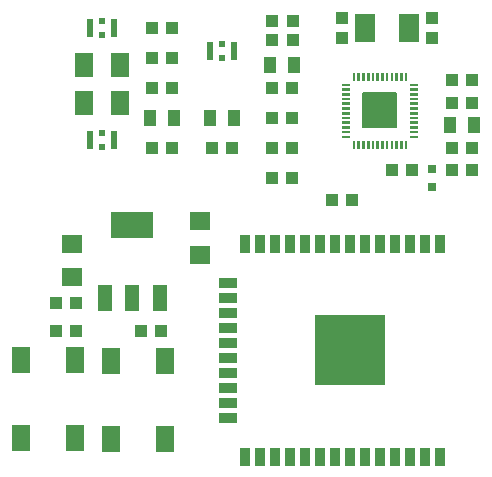
<source format=gbr>
G04 EAGLE Gerber X2 export*
%TF.Part,Single*%
%TF.FileFunction,Paste,Top*%
%TF.FilePolarity,Positive*%
%TF.GenerationSoftware,Autodesk,EAGLE,9.0.0*%
%TF.CreationDate,2018-05-04T17:55:18Z*%
G75*
%MOMM*%
%FSLAX34Y34*%
%LPD*%
%AMOC8*
5,1,8,0,0,1.08239X$1,22.5*%
G01*
%ADD10R,1.100000X1.400000*%
%ADD11R,1.000000X1.100000*%
%ADD12R,1.800000X1.600000*%
%ADD13R,1.050000X1.080000*%
%ADD14R,0.600000X1.600000*%
%ADD15R,0.600000X0.600000*%
%ADD16R,0.800000X0.800000*%
%ADD17R,1.500000X2.000000*%
%ADD18C,0.150000*%
%ADD19C,0.060000*%
%ADD20R,1.700000X2.400000*%
%ADD21R,0.900000X1.500000*%
%ADD22R,1.500000X0.900000*%
%ADD23R,6.000000X6.000000*%
%ADD24R,1.219200X2.235200*%
%ADD25R,3.600000X2.200000*%
%ADD26R,1.524000X2.286000*%


D10*
X453550Y330200D03*
X473550Y330200D03*
D11*
X438150Y404250D03*
X438150Y421250D03*
D12*
X133350Y229900D03*
X133350Y201900D03*
D13*
X269100Y311150D03*
X251600Y311150D03*
D12*
X241300Y248950D03*
X241300Y220950D03*
D13*
X320154Y402844D03*
X302654Y402844D03*
D10*
X219550Y336550D03*
X199550Y336550D03*
D13*
X218300Y361950D03*
X200800Y361950D03*
X404000Y292100D03*
X421500Y292100D03*
X319900Y336550D03*
X302400Y336550D03*
X454800Y368300D03*
X472300Y368300D03*
X302400Y285750D03*
X319900Y285750D03*
D10*
X321150Y381000D03*
X301150Y381000D03*
D13*
X319900Y361950D03*
X302400Y361950D03*
X454800Y349250D03*
X472300Y349250D03*
X320408Y418592D03*
X302908Y418592D03*
D10*
X270350Y336550D03*
X250350Y336550D03*
D13*
X454800Y311150D03*
X472300Y311150D03*
D11*
X361950Y404250D03*
X361950Y421250D03*
D14*
X250371Y393572D03*
X270350Y393600D03*
D15*
X260350Y387700D03*
X260350Y399500D03*
D14*
X168729Y317628D03*
X148750Y317600D03*
D15*
X158750Y323500D03*
X158750Y311700D03*
D14*
X168729Y412878D03*
X148750Y412850D03*
D15*
X158750Y418750D03*
X158750Y406950D03*
D16*
X438150Y278250D03*
X438150Y293250D03*
D17*
X173750Y349250D03*
X143750Y349250D03*
X173750Y381000D03*
X143750Y381000D03*
D11*
X472050Y292100D03*
X455050Y292100D03*
X201050Y311150D03*
X218050Y311150D03*
X353450Y266700D03*
X370450Y266700D03*
X218050Y412750D03*
X201050Y412750D03*
X319650Y311150D03*
X302650Y311150D03*
D13*
X218300Y387350D03*
X200800Y387350D03*
D18*
X379426Y329316D02*
X407926Y329316D01*
X379426Y329316D02*
X379426Y357816D01*
X407926Y357816D01*
X407926Y329316D01*
X407926Y330815D02*
X379426Y330815D01*
X379426Y332314D02*
X407926Y332314D01*
X407926Y333813D02*
X379426Y333813D01*
X379426Y335312D02*
X407926Y335312D01*
X407926Y336811D02*
X379426Y336811D01*
X379426Y338310D02*
X407926Y338310D01*
X407926Y339809D02*
X379426Y339809D01*
X379426Y341308D02*
X407926Y341308D01*
X407926Y342807D02*
X379426Y342807D01*
X379426Y344306D02*
X407926Y344306D01*
X407926Y345805D02*
X379426Y345805D01*
X379426Y347304D02*
X407926Y347304D01*
X407926Y348803D02*
X379426Y348803D01*
X379426Y350302D02*
X407926Y350302D01*
X407926Y351801D02*
X379426Y351801D01*
X379426Y353300D02*
X407926Y353300D01*
X407926Y354799D02*
X379426Y354799D01*
X379426Y356298D02*
X407926Y356298D01*
X407926Y357797D02*
X379426Y357797D01*
D19*
X361750Y364260D02*
X361750Y365660D01*
X367650Y365660D01*
X367650Y364260D01*
X361750Y364260D01*
X361750Y364859D02*
X367650Y364859D01*
X367650Y365458D02*
X361750Y365458D01*
X361750Y361660D02*
X361750Y360260D01*
X361750Y361660D02*
X367650Y361660D01*
X367650Y360260D01*
X361750Y360260D01*
X361750Y360859D02*
X367650Y360859D01*
X367650Y361458D02*
X361750Y361458D01*
X361750Y357660D02*
X361750Y356260D01*
X361750Y357660D02*
X367650Y357660D01*
X367650Y356260D01*
X361750Y356260D01*
X361750Y356859D02*
X367650Y356859D01*
X367650Y357458D02*
X361750Y357458D01*
X361750Y353660D02*
X361750Y352260D01*
X361750Y353660D02*
X367650Y353660D01*
X367650Y352260D01*
X361750Y352260D01*
X361750Y352859D02*
X367650Y352859D01*
X367650Y353458D02*
X361750Y353458D01*
X361750Y349660D02*
X361750Y348260D01*
X361750Y349660D02*
X367650Y349660D01*
X367650Y348260D01*
X361750Y348260D01*
X361750Y348859D02*
X367650Y348859D01*
X367650Y349458D02*
X361750Y349458D01*
X361750Y345660D02*
X361750Y344260D01*
X361750Y345660D02*
X367650Y345660D01*
X367650Y344260D01*
X361750Y344260D01*
X361750Y344859D02*
X367650Y344859D01*
X367650Y345458D02*
X361750Y345458D01*
X361750Y341660D02*
X361750Y340260D01*
X361750Y341660D02*
X367650Y341660D01*
X367650Y340260D01*
X361750Y340260D01*
X361750Y340859D02*
X367650Y340859D01*
X367650Y341458D02*
X361750Y341458D01*
X361750Y337660D02*
X361750Y336260D01*
X361750Y337660D02*
X367650Y337660D01*
X367650Y336260D01*
X361750Y336260D01*
X361750Y336859D02*
X367650Y336859D01*
X367650Y337458D02*
X361750Y337458D01*
X361750Y333660D02*
X361750Y332260D01*
X361750Y333660D02*
X367650Y333660D01*
X367650Y332260D01*
X361750Y332260D01*
X361750Y332859D02*
X367650Y332859D01*
X367650Y333458D02*
X361750Y333458D01*
X361750Y329660D02*
X361750Y328260D01*
X361750Y329660D02*
X367650Y329660D01*
X367650Y328260D01*
X361750Y328260D01*
X361750Y328859D02*
X367650Y328859D01*
X367650Y329458D02*
X361750Y329458D01*
X361750Y325660D02*
X361750Y324260D01*
X361750Y325660D02*
X367650Y325660D01*
X367650Y324260D01*
X361750Y324260D01*
X361750Y324859D02*
X367650Y324859D01*
X367650Y325458D02*
X361750Y325458D01*
X361750Y321660D02*
X361750Y320260D01*
X361750Y321660D02*
X367650Y321660D01*
X367650Y320260D01*
X361750Y320260D01*
X361750Y320859D02*
X367650Y320859D01*
X367650Y321458D02*
X361750Y321458D01*
X371000Y311010D02*
X372400Y311010D01*
X371000Y311010D02*
X371000Y316910D01*
X372400Y316910D01*
X372400Y311010D01*
X372400Y311609D02*
X371000Y311609D01*
X371000Y312208D02*
X372400Y312208D01*
X372400Y312807D02*
X371000Y312807D01*
X371000Y313406D02*
X372400Y313406D01*
X372400Y314005D02*
X371000Y314005D01*
X371000Y314604D02*
X372400Y314604D01*
X372400Y315203D02*
X371000Y315203D01*
X371000Y315802D02*
X372400Y315802D01*
X372400Y316401D02*
X371000Y316401D01*
X375000Y311010D02*
X376400Y311010D01*
X375000Y311010D02*
X375000Y316910D01*
X376400Y316910D01*
X376400Y311010D01*
X376400Y311609D02*
X375000Y311609D01*
X375000Y312208D02*
X376400Y312208D01*
X376400Y312807D02*
X375000Y312807D01*
X375000Y313406D02*
X376400Y313406D01*
X376400Y314005D02*
X375000Y314005D01*
X375000Y314604D02*
X376400Y314604D01*
X376400Y315203D02*
X375000Y315203D01*
X375000Y315802D02*
X376400Y315802D01*
X376400Y316401D02*
X375000Y316401D01*
X379000Y311010D02*
X380400Y311010D01*
X379000Y311010D02*
X379000Y316910D01*
X380400Y316910D01*
X380400Y311010D01*
X380400Y311609D02*
X379000Y311609D01*
X379000Y312208D02*
X380400Y312208D01*
X380400Y312807D02*
X379000Y312807D01*
X379000Y313406D02*
X380400Y313406D01*
X380400Y314005D02*
X379000Y314005D01*
X379000Y314604D02*
X380400Y314604D01*
X380400Y315203D02*
X379000Y315203D01*
X379000Y315802D02*
X380400Y315802D01*
X380400Y316401D02*
X379000Y316401D01*
X383000Y311010D02*
X384400Y311010D01*
X383000Y311010D02*
X383000Y316910D01*
X384400Y316910D01*
X384400Y311010D01*
X384400Y311609D02*
X383000Y311609D01*
X383000Y312208D02*
X384400Y312208D01*
X384400Y312807D02*
X383000Y312807D01*
X383000Y313406D02*
X384400Y313406D01*
X384400Y314005D02*
X383000Y314005D01*
X383000Y314604D02*
X384400Y314604D01*
X384400Y315203D02*
X383000Y315203D01*
X383000Y315802D02*
X384400Y315802D01*
X384400Y316401D02*
X383000Y316401D01*
X387000Y311010D02*
X388400Y311010D01*
X387000Y311010D02*
X387000Y316910D01*
X388400Y316910D01*
X388400Y311010D01*
X388400Y311609D02*
X387000Y311609D01*
X387000Y312208D02*
X388400Y312208D01*
X388400Y312807D02*
X387000Y312807D01*
X387000Y313406D02*
X388400Y313406D01*
X388400Y314005D02*
X387000Y314005D01*
X387000Y314604D02*
X388400Y314604D01*
X388400Y315203D02*
X387000Y315203D01*
X387000Y315802D02*
X388400Y315802D01*
X388400Y316401D02*
X387000Y316401D01*
X391000Y311010D02*
X392400Y311010D01*
X391000Y311010D02*
X391000Y316910D01*
X392400Y316910D01*
X392400Y311010D01*
X392400Y311609D02*
X391000Y311609D01*
X391000Y312208D02*
X392400Y312208D01*
X392400Y312807D02*
X391000Y312807D01*
X391000Y313406D02*
X392400Y313406D01*
X392400Y314005D02*
X391000Y314005D01*
X391000Y314604D02*
X392400Y314604D01*
X392400Y315203D02*
X391000Y315203D01*
X391000Y315802D02*
X392400Y315802D01*
X392400Y316401D02*
X391000Y316401D01*
X395000Y311010D02*
X396400Y311010D01*
X395000Y311010D02*
X395000Y316910D01*
X396400Y316910D01*
X396400Y311010D01*
X396400Y311609D02*
X395000Y311609D01*
X395000Y312208D02*
X396400Y312208D01*
X396400Y312807D02*
X395000Y312807D01*
X395000Y313406D02*
X396400Y313406D01*
X396400Y314005D02*
X395000Y314005D01*
X395000Y314604D02*
X396400Y314604D01*
X396400Y315203D02*
X395000Y315203D01*
X395000Y315802D02*
X396400Y315802D01*
X396400Y316401D02*
X395000Y316401D01*
X399000Y311010D02*
X400400Y311010D01*
X399000Y311010D02*
X399000Y316910D01*
X400400Y316910D01*
X400400Y311010D01*
X400400Y311609D02*
X399000Y311609D01*
X399000Y312208D02*
X400400Y312208D01*
X400400Y312807D02*
X399000Y312807D01*
X399000Y313406D02*
X400400Y313406D01*
X400400Y314005D02*
X399000Y314005D01*
X399000Y314604D02*
X400400Y314604D01*
X400400Y315203D02*
X399000Y315203D01*
X399000Y315802D02*
X400400Y315802D01*
X400400Y316401D02*
X399000Y316401D01*
X403000Y311010D02*
X404400Y311010D01*
X403000Y311010D02*
X403000Y316910D01*
X404400Y316910D01*
X404400Y311010D01*
X404400Y311609D02*
X403000Y311609D01*
X403000Y312208D02*
X404400Y312208D01*
X404400Y312807D02*
X403000Y312807D01*
X403000Y313406D02*
X404400Y313406D01*
X404400Y314005D02*
X403000Y314005D01*
X403000Y314604D02*
X404400Y314604D01*
X404400Y315203D02*
X403000Y315203D01*
X403000Y315802D02*
X404400Y315802D01*
X404400Y316401D02*
X403000Y316401D01*
X407000Y311010D02*
X408400Y311010D01*
X407000Y311010D02*
X407000Y316910D01*
X408400Y316910D01*
X408400Y311010D01*
X408400Y311609D02*
X407000Y311609D01*
X407000Y312208D02*
X408400Y312208D01*
X408400Y312807D02*
X407000Y312807D01*
X407000Y313406D02*
X408400Y313406D01*
X408400Y314005D02*
X407000Y314005D01*
X407000Y314604D02*
X408400Y314604D01*
X408400Y315203D02*
X407000Y315203D01*
X407000Y315802D02*
X408400Y315802D01*
X408400Y316401D02*
X407000Y316401D01*
X411000Y311010D02*
X412400Y311010D01*
X411000Y311010D02*
X411000Y316910D01*
X412400Y316910D01*
X412400Y311010D01*
X412400Y311609D02*
X411000Y311609D01*
X411000Y312208D02*
X412400Y312208D01*
X412400Y312807D02*
X411000Y312807D01*
X411000Y313406D02*
X412400Y313406D01*
X412400Y314005D02*
X411000Y314005D01*
X411000Y314604D02*
X412400Y314604D01*
X412400Y315203D02*
X411000Y315203D01*
X411000Y315802D02*
X412400Y315802D01*
X412400Y316401D02*
X411000Y316401D01*
X415000Y311010D02*
X416400Y311010D01*
X415000Y311010D02*
X415000Y316910D01*
X416400Y316910D01*
X416400Y311010D01*
X416400Y311609D02*
X415000Y311609D01*
X415000Y312208D02*
X416400Y312208D01*
X416400Y312807D02*
X415000Y312807D01*
X415000Y313406D02*
X416400Y313406D01*
X416400Y314005D02*
X415000Y314005D01*
X415000Y314604D02*
X416400Y314604D01*
X416400Y315203D02*
X415000Y315203D01*
X415000Y315802D02*
X416400Y315802D01*
X416400Y316401D02*
X415000Y316401D01*
X425650Y320260D02*
X425650Y321660D01*
X425650Y320260D02*
X419750Y320260D01*
X419750Y321660D01*
X425650Y321660D01*
X425650Y320859D02*
X419750Y320859D01*
X419750Y321458D02*
X425650Y321458D01*
X425650Y324260D02*
X425650Y325660D01*
X425650Y324260D02*
X419750Y324260D01*
X419750Y325660D01*
X425650Y325660D01*
X425650Y324859D02*
X419750Y324859D01*
X419750Y325458D02*
X425650Y325458D01*
X425650Y328260D02*
X425650Y329660D01*
X425650Y328260D02*
X419750Y328260D01*
X419750Y329660D01*
X425650Y329660D01*
X425650Y328859D02*
X419750Y328859D01*
X419750Y329458D02*
X425650Y329458D01*
X425650Y332260D02*
X425650Y333660D01*
X425650Y332260D02*
X419750Y332260D01*
X419750Y333660D01*
X425650Y333660D01*
X425650Y332859D02*
X419750Y332859D01*
X419750Y333458D02*
X425650Y333458D01*
X425650Y336260D02*
X425650Y337660D01*
X425650Y336260D02*
X419750Y336260D01*
X419750Y337660D01*
X425650Y337660D01*
X425650Y336859D02*
X419750Y336859D01*
X419750Y337458D02*
X425650Y337458D01*
X425650Y340260D02*
X425650Y341660D01*
X425650Y340260D02*
X419750Y340260D01*
X419750Y341660D01*
X425650Y341660D01*
X425650Y340859D02*
X419750Y340859D01*
X419750Y341458D02*
X425650Y341458D01*
X425650Y344260D02*
X425650Y345660D01*
X425650Y344260D02*
X419750Y344260D01*
X419750Y345660D01*
X425650Y345660D01*
X425650Y344859D02*
X419750Y344859D01*
X419750Y345458D02*
X425650Y345458D01*
X425650Y348260D02*
X425650Y349660D01*
X425650Y348260D02*
X419750Y348260D01*
X419750Y349660D01*
X425650Y349660D01*
X425650Y348859D02*
X419750Y348859D01*
X419750Y349458D02*
X425650Y349458D01*
X425650Y352260D02*
X425650Y353660D01*
X425650Y352260D02*
X419750Y352260D01*
X419750Y353660D01*
X425650Y353660D01*
X425650Y352859D02*
X419750Y352859D01*
X419750Y353458D02*
X425650Y353458D01*
X425650Y356260D02*
X425650Y357660D01*
X425650Y356260D02*
X419750Y356260D01*
X419750Y357660D01*
X425650Y357660D01*
X425650Y356859D02*
X419750Y356859D01*
X419750Y357458D02*
X425650Y357458D01*
X425650Y360260D02*
X425650Y361660D01*
X425650Y360260D02*
X419750Y360260D01*
X419750Y361660D01*
X425650Y361660D01*
X425650Y360859D02*
X419750Y360859D01*
X419750Y361458D02*
X425650Y361458D01*
X425650Y364260D02*
X425650Y365660D01*
X425650Y364260D02*
X419750Y364260D01*
X419750Y365660D01*
X425650Y365660D01*
X425650Y364859D02*
X419750Y364859D01*
X419750Y365458D02*
X425650Y365458D01*
X416400Y374910D02*
X415000Y374910D01*
X416400Y374910D02*
X416400Y369010D01*
X415000Y369010D01*
X415000Y374910D01*
X415000Y369609D02*
X416400Y369609D01*
X416400Y370208D02*
X415000Y370208D01*
X415000Y370807D02*
X416400Y370807D01*
X416400Y371406D02*
X415000Y371406D01*
X415000Y372005D02*
X416400Y372005D01*
X416400Y372604D02*
X415000Y372604D01*
X415000Y373203D02*
X416400Y373203D01*
X416400Y373802D02*
X415000Y373802D01*
X415000Y374401D02*
X416400Y374401D01*
X412400Y374910D02*
X411000Y374910D01*
X412400Y374910D02*
X412400Y369010D01*
X411000Y369010D01*
X411000Y374910D01*
X411000Y369609D02*
X412400Y369609D01*
X412400Y370208D02*
X411000Y370208D01*
X411000Y370807D02*
X412400Y370807D01*
X412400Y371406D02*
X411000Y371406D01*
X411000Y372005D02*
X412400Y372005D01*
X412400Y372604D02*
X411000Y372604D01*
X411000Y373203D02*
X412400Y373203D01*
X412400Y373802D02*
X411000Y373802D01*
X411000Y374401D02*
X412400Y374401D01*
X408400Y374910D02*
X407000Y374910D01*
X408400Y374910D02*
X408400Y369010D01*
X407000Y369010D01*
X407000Y374910D01*
X407000Y369609D02*
X408400Y369609D01*
X408400Y370208D02*
X407000Y370208D01*
X407000Y370807D02*
X408400Y370807D01*
X408400Y371406D02*
X407000Y371406D01*
X407000Y372005D02*
X408400Y372005D01*
X408400Y372604D02*
X407000Y372604D01*
X407000Y373203D02*
X408400Y373203D01*
X408400Y373802D02*
X407000Y373802D01*
X407000Y374401D02*
X408400Y374401D01*
X404400Y374910D02*
X403000Y374910D01*
X404400Y374910D02*
X404400Y369010D01*
X403000Y369010D01*
X403000Y374910D01*
X403000Y369609D02*
X404400Y369609D01*
X404400Y370208D02*
X403000Y370208D01*
X403000Y370807D02*
X404400Y370807D01*
X404400Y371406D02*
X403000Y371406D01*
X403000Y372005D02*
X404400Y372005D01*
X404400Y372604D02*
X403000Y372604D01*
X403000Y373203D02*
X404400Y373203D01*
X404400Y373802D02*
X403000Y373802D01*
X403000Y374401D02*
X404400Y374401D01*
X400400Y374910D02*
X399000Y374910D01*
X400400Y374910D02*
X400400Y369010D01*
X399000Y369010D01*
X399000Y374910D01*
X399000Y369609D02*
X400400Y369609D01*
X400400Y370208D02*
X399000Y370208D01*
X399000Y370807D02*
X400400Y370807D01*
X400400Y371406D02*
X399000Y371406D01*
X399000Y372005D02*
X400400Y372005D01*
X400400Y372604D02*
X399000Y372604D01*
X399000Y373203D02*
X400400Y373203D01*
X400400Y373802D02*
X399000Y373802D01*
X399000Y374401D02*
X400400Y374401D01*
X396400Y374910D02*
X395000Y374910D01*
X396400Y374910D02*
X396400Y369010D01*
X395000Y369010D01*
X395000Y374910D01*
X395000Y369609D02*
X396400Y369609D01*
X396400Y370208D02*
X395000Y370208D01*
X395000Y370807D02*
X396400Y370807D01*
X396400Y371406D02*
X395000Y371406D01*
X395000Y372005D02*
X396400Y372005D01*
X396400Y372604D02*
X395000Y372604D01*
X395000Y373203D02*
X396400Y373203D01*
X396400Y373802D02*
X395000Y373802D01*
X395000Y374401D02*
X396400Y374401D01*
X392400Y374910D02*
X391000Y374910D01*
X392400Y374910D02*
X392400Y369010D01*
X391000Y369010D01*
X391000Y374910D01*
X391000Y369609D02*
X392400Y369609D01*
X392400Y370208D02*
X391000Y370208D01*
X391000Y370807D02*
X392400Y370807D01*
X392400Y371406D02*
X391000Y371406D01*
X391000Y372005D02*
X392400Y372005D01*
X392400Y372604D02*
X391000Y372604D01*
X391000Y373203D02*
X392400Y373203D01*
X392400Y373802D02*
X391000Y373802D01*
X391000Y374401D02*
X392400Y374401D01*
X388400Y374910D02*
X387000Y374910D01*
X388400Y374910D02*
X388400Y369010D01*
X387000Y369010D01*
X387000Y374910D01*
X387000Y369609D02*
X388400Y369609D01*
X388400Y370208D02*
X387000Y370208D01*
X387000Y370807D02*
X388400Y370807D01*
X388400Y371406D02*
X387000Y371406D01*
X387000Y372005D02*
X388400Y372005D01*
X388400Y372604D02*
X387000Y372604D01*
X387000Y373203D02*
X388400Y373203D01*
X388400Y373802D02*
X387000Y373802D01*
X387000Y374401D02*
X388400Y374401D01*
X384400Y374910D02*
X383000Y374910D01*
X384400Y374910D02*
X384400Y369010D01*
X383000Y369010D01*
X383000Y374910D01*
X383000Y369609D02*
X384400Y369609D01*
X384400Y370208D02*
X383000Y370208D01*
X383000Y370807D02*
X384400Y370807D01*
X384400Y371406D02*
X383000Y371406D01*
X383000Y372005D02*
X384400Y372005D01*
X384400Y372604D02*
X383000Y372604D01*
X383000Y373203D02*
X384400Y373203D01*
X384400Y373802D02*
X383000Y373802D01*
X383000Y374401D02*
X384400Y374401D01*
X380400Y374910D02*
X379000Y374910D01*
X380400Y374910D02*
X380400Y369010D01*
X379000Y369010D01*
X379000Y374910D01*
X379000Y369609D02*
X380400Y369609D01*
X380400Y370208D02*
X379000Y370208D01*
X379000Y370807D02*
X380400Y370807D01*
X380400Y371406D02*
X379000Y371406D01*
X379000Y372005D02*
X380400Y372005D01*
X380400Y372604D02*
X379000Y372604D01*
X379000Y373203D02*
X380400Y373203D01*
X380400Y373802D02*
X379000Y373802D01*
X379000Y374401D02*
X380400Y374401D01*
X376400Y374910D02*
X375000Y374910D01*
X376400Y374910D02*
X376400Y369010D01*
X375000Y369010D01*
X375000Y374910D01*
X375000Y369609D02*
X376400Y369609D01*
X376400Y370208D02*
X375000Y370208D01*
X375000Y370807D02*
X376400Y370807D01*
X376400Y371406D02*
X375000Y371406D01*
X375000Y372005D02*
X376400Y372005D01*
X376400Y372604D02*
X375000Y372604D01*
X375000Y373203D02*
X376400Y373203D01*
X376400Y373802D02*
X375000Y373802D01*
X375000Y374401D02*
X376400Y374401D01*
X372400Y374910D02*
X371000Y374910D01*
X372400Y374910D02*
X372400Y369010D01*
X371000Y369010D01*
X371000Y374910D01*
X371000Y369609D02*
X372400Y369609D01*
X372400Y370208D02*
X371000Y370208D01*
X371000Y370807D02*
X372400Y370807D01*
X372400Y371406D02*
X371000Y371406D01*
X371000Y372005D02*
X372400Y372005D01*
X372400Y372604D02*
X371000Y372604D01*
X371000Y373203D02*
X372400Y373203D01*
X372400Y373802D02*
X371000Y373802D01*
X371000Y374401D02*
X372400Y374401D01*
D20*
X381550Y412750D03*
X418550Y412750D03*
D21*
X445300Y229700D03*
X432600Y229700D03*
X419900Y229700D03*
X407200Y229700D03*
X394500Y229700D03*
X381800Y229700D03*
X369100Y229700D03*
X356400Y229700D03*
X343700Y229700D03*
X331000Y229700D03*
X318300Y229700D03*
X305600Y229700D03*
X292900Y229700D03*
X280200Y229700D03*
D22*
X265300Y196850D03*
X265300Y184150D03*
X265300Y171450D03*
X265300Y158750D03*
X265300Y146050D03*
X265300Y133350D03*
X265300Y120650D03*
X265300Y107950D03*
X265300Y95250D03*
X265300Y82550D03*
D21*
X280200Y49700D03*
X292900Y49700D03*
X305600Y49700D03*
X318300Y49700D03*
X331000Y49700D03*
X343700Y49700D03*
X356400Y49700D03*
X369100Y49700D03*
X381800Y49700D03*
X394500Y49700D03*
X407200Y49700D03*
X419900Y49700D03*
X432600Y49700D03*
X445300Y49700D03*
D23*
X368300Y139700D03*
D11*
X120000Y180200D03*
X137000Y180200D03*
X119656Y156350D03*
X136656Y156350D03*
D24*
X161436Y183812D03*
X184550Y183812D03*
X207664Y183812D03*
D25*
X184550Y245790D03*
D13*
X191442Y156042D03*
X208942Y156042D03*
D26*
X89916Y65278D03*
X89916Y131318D03*
X135636Y65278D03*
X135636Y131318D03*
X166624Y65024D03*
X166624Y131064D03*
X212344Y65024D03*
X212344Y131064D03*
M02*

</source>
